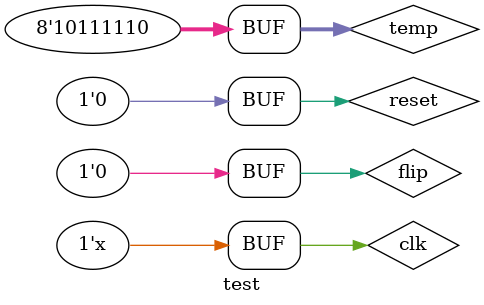
<source format=v>
`timescale 1ns / 1ps


module test;

	// Inputs
	reg clk;
	reg reset;
	reg [7:0] temp;
	reg flip;

	// Outputs
	wire [1:0] status;
	wire need_flip;

	// Instantiate the Unit Under Test (UUT)
	sb uut (
		.clk(clk), 
		.reset(reset), 
		.temp(temp), 
		.flip(flip), 
		.status(status), 
		.need_flip(need_flip)
	);

	initial begin
		// Initialize Inputs
		clk = 0;
		reset = 0;
		temp = 0;
		flip = 0;

		// Wait 100 ns for global reset to finish
		#100;
      temp=125;
      #50;
      temp=135;
      #55;
      temp=125;
      #65
      temp=135;  
      flip=1;
      #10
		flip=0;
      temp=190;		
		// Add stimulus here

	end
	   always #10 clk=~clk;
      
endmodule


</source>
